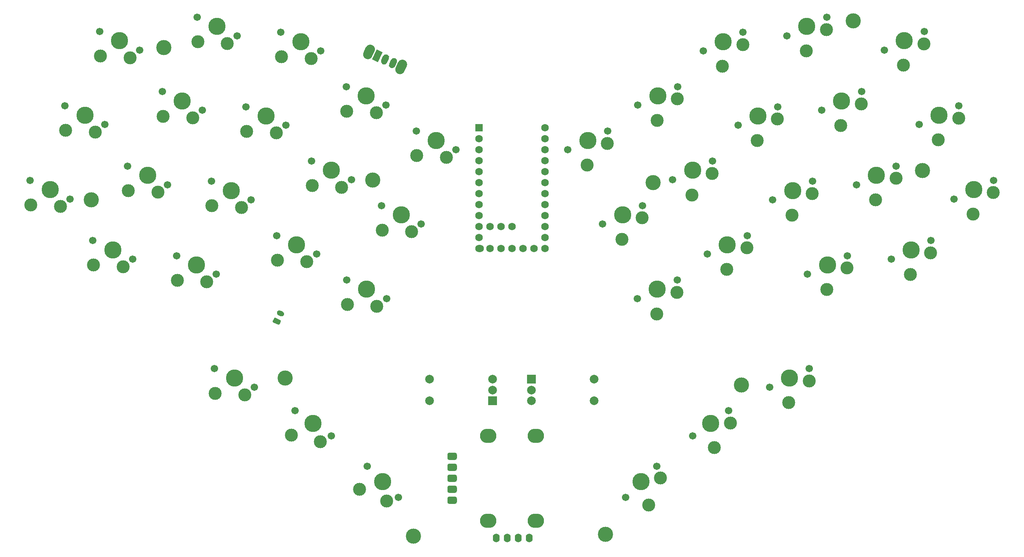
<source format=gbr>
%TF.GenerationSoftware,KiCad,Pcbnew,(5.1.10)-1*%
%TF.CreationDate,2021-12-08T15:35:40-08:00*%
%TF.ProjectId,barobord,6261726f-626f-4726-942e-6b696361645f,rev?*%
%TF.SameCoordinates,Original*%
%TF.FileFunction,Soldermask,Top*%
%TF.FilePolarity,Negative*%
%FSLAX46Y46*%
G04 Gerber Fmt 4.6, Leading zero omitted, Abs format (unit mm)*
G04 Created by KiCad (PCBNEW (5.1.10)-1) date 2021-12-08 15:35:40*
%MOMM*%
%LPD*%
G01*
G04 APERTURE LIST*
%ADD10C,3.500000*%
%ADD11C,1.701800*%
%ADD12C,3.987800*%
%ADD13C,3.000000*%
%ADD14C,0.100000*%
%ADD15C,1.752600*%
%ADD16R,1.752600X1.752600*%
%ADD17R,2.000000X2.000000*%
%ADD18C,2.000000*%
%ADD19O,1.600000X2.000000*%
%ADD20O,3.800000X3.300000*%
G04 APERTURE END LIST*
D10*
%TO.C,*%
X198850215Y-116860260D03*
%TD*%
D11*
%TO.C,SW29*%
X234634933Y-66239401D03*
X225426845Y-70533203D03*
D12*
X230030889Y-68386302D03*
D13*
X234557372Y-69078148D03*
X229875768Y-74063796D03*
%TD*%
D10*
%TO.C,*%
X240653464Y-67255402D03*
%TD*%
D11*
%TO.C,SW9*%
X218575439Y-31799707D03*
X209367351Y-36093509D03*
D12*
X213971395Y-33946608D03*
D13*
X218497878Y-34638454D03*
X213816274Y-39624102D03*
%TD*%
D10*
%TO.C,*%
X224653970Y-32655708D03*
%TD*%
%TO.C,*%
X178448147Y-70061465D03*
%TD*%
%TO.C,*%
X167456750Y-151458799D03*
%TD*%
%TO.C,*%
X123053250Y-151858799D03*
%TD*%
%TO.C,*%
X93449785Y-115260260D03*
%TD*%
%TO.C,*%
X113651853Y-69461465D03*
%TD*%
%TO.C,*%
X48656536Y-74055402D03*
%TD*%
%TO.C,*%
X65456030Y-38855708D03*
%TD*%
%TO.C,SW46*%
G36*
G01*
X118994430Y-43420995D02*
X119543834Y-42242795D01*
G75*
G02*
X121005653Y-41710736I996939J-464880D01*
G01*
X121005653Y-41710736D01*
G75*
G02*
X121537712Y-43172555I-464880J-996939D01*
G01*
X120988308Y-44350755D01*
G75*
G02*
X119526489Y-44882814I-996939J464880D01*
G01*
X119526489Y-44882814D01*
G75*
G02*
X118994430Y-43420995I464880J996939D01*
G01*
G37*
G36*
G01*
X111562706Y-39955526D02*
X112112110Y-38777326D01*
G75*
G02*
X113573929Y-38245267I996939J-464880D01*
G01*
X113573929Y-38245267D01*
G75*
G02*
X114105988Y-39707086I-464880J-996939D01*
G01*
X113556584Y-40885286D01*
G75*
G02*
X112094765Y-41417345I-996939J464880D01*
G01*
X112094765Y-41417345D01*
G75*
G02*
X111562706Y-39955526I464880J996939D01*
G01*
G37*
G36*
G01*
X117471784Y-42545467D02*
X117894402Y-41639159D01*
G75*
G02*
X118891097Y-41276392I679731J-316964D01*
G01*
X118891097Y-41276392D01*
G75*
G02*
X119253864Y-42273087I-316964J-679731D01*
G01*
X118831246Y-43179395D01*
G75*
G02*
X117834551Y-43542162I-679731J316964D01*
G01*
X117834551Y-43542162D01*
G75*
G02*
X117471784Y-42545467I316964J679731D01*
G01*
G37*
G36*
G01*
X115659169Y-41700231D02*
X116081787Y-40793923D01*
G75*
G02*
X117078482Y-40431156I679731J-316964D01*
G01*
X117078482Y-40431156D01*
G75*
G02*
X117441249Y-41427851I-316964J-679731D01*
G01*
X117018631Y-42334159D01*
G75*
G02*
X116021936Y-42696926I-679731J316964D01*
G01*
X116021936Y-42696926D01*
G75*
G02*
X115659169Y-41700231I316964J679731D01*
G01*
G37*
D14*
G36*
X113529589Y-41534725D02*
G01*
X114586135Y-39268956D01*
X115945597Y-39902883D01*
X114889051Y-42168652D01*
X113529589Y-41534725D01*
G37*
%TD*%
%TO.C,J2*%
G36*
G01*
X92362894Y-100983393D02*
X91864424Y-100750953D01*
G75*
G02*
X91574210Y-99953597I253571J543785D01*
G01*
X91574210Y-99953597D01*
G75*
G02*
X92371566Y-99663383I543785J-253571D01*
G01*
X92870036Y-99895823D01*
G75*
G02*
X93160250Y-100693179I-253571J-543785D01*
G01*
X93160250Y-100693179D01*
G75*
G02*
X92362894Y-100983393I-543785J253571D01*
G01*
G37*
G36*
G01*
X91834865Y-102943925D02*
X90701979Y-102415652D01*
G75*
G02*
X90581057Y-102083422I105654J226576D01*
G01*
X90876891Y-101449005D01*
G75*
G02*
X91209121Y-101328083I226576J-105654D01*
G01*
X92342007Y-101856356D01*
G75*
G02*
X92462929Y-102188586I-105654J-226576D01*
G01*
X92167095Y-102823003D01*
G75*
G02*
X91834865Y-102943925I-226576J105654D01*
G01*
G37*
%TD*%
D15*
%TO.C,U2*%
X138232593Y-57330404D03*
X138232593Y-59870404D03*
X138232593Y-62410404D03*
X138232593Y-64950404D03*
X138232593Y-67490404D03*
X138232593Y-70030404D03*
X138232593Y-72570404D03*
X138232593Y-75110404D03*
X138232593Y-77650404D03*
X138232593Y-80190404D03*
X138232593Y-82730404D03*
X153472593Y-85270404D03*
X153472593Y-82730404D03*
X153472593Y-80190404D03*
X153472593Y-77650404D03*
X153472593Y-75110404D03*
X153472593Y-72570404D03*
X153472593Y-70030404D03*
X153472593Y-67490404D03*
X153472593Y-64950404D03*
X153472593Y-62410404D03*
X153472593Y-59870404D03*
X138232593Y-85270404D03*
X153472593Y-57330404D03*
X140772593Y-80190404D03*
X143312593Y-80190404D03*
X145852593Y-80190404D03*
%TD*%
%TO.C,U1*%
X140772593Y-85270404D03*
X143312593Y-85270404D03*
X145852593Y-85270404D03*
X148392593Y-85270404D03*
X150932593Y-85270404D03*
X153472593Y-57330404D03*
X138461193Y-85270404D03*
X153472593Y-59870404D03*
X153472593Y-62410404D03*
X153472593Y-64950404D03*
X153472593Y-67490404D03*
X153472593Y-70030404D03*
X153472593Y-72570404D03*
X153472593Y-75110404D03*
X153472593Y-77650404D03*
X153472593Y-80190404D03*
X153472593Y-82730404D03*
X153472593Y-85270404D03*
X138232593Y-82730404D03*
X138232593Y-80190404D03*
X138232593Y-77650404D03*
X138232593Y-75110404D03*
X138232593Y-72570404D03*
X138232593Y-70030404D03*
X138232593Y-67490404D03*
X138232593Y-64950404D03*
X138232593Y-62410404D03*
X138232593Y-59870404D03*
D16*
X138232593Y-57330404D03*
%TD*%
D17*
%TO.C,SW43*%
X150352593Y-115558404D03*
D18*
X150352593Y-118058404D03*
X150352593Y-120558404D03*
X164852593Y-115558404D03*
X164852593Y-120558404D03*
%TD*%
D17*
%TO.C,SW42*%
X141352593Y-120558404D03*
D18*
X141352593Y-118058404D03*
X141352593Y-115558404D03*
X126852593Y-120558404D03*
X126852593Y-115558404D03*
%TD*%
D19*
%TO.C,Brd1*%
X147332593Y-152258404D03*
X149872593Y-152258404D03*
X144792593Y-152258404D03*
X142252593Y-152258404D03*
%TD*%
D20*
%TO.C,J1*%
X140352593Y-128658404D03*
X151352593Y-128658404D03*
X151352593Y-148258404D03*
X140352593Y-148258404D03*
G36*
G01*
X133128593Y-132953404D02*
X133128593Y-133803404D01*
G75*
G02*
X132703593Y-134228404I-425000J0D01*
G01*
X131353593Y-134228404D01*
G75*
G02*
X130928593Y-133803404I0J425000D01*
G01*
X130928593Y-132953404D01*
G75*
G02*
X131353593Y-132528404I425000J0D01*
G01*
X132703593Y-132528404D01*
G75*
G02*
X133128593Y-132953404I0J-425000D01*
G01*
G37*
G36*
G01*
X132703593Y-136768404D02*
X131353593Y-136768404D01*
G75*
G02*
X130928593Y-136343404I0J425000D01*
G01*
X130928593Y-135493404D01*
G75*
G02*
X131353593Y-135068404I425000J0D01*
G01*
X132703593Y-135068404D01*
G75*
G02*
X133128593Y-135493404I0J-425000D01*
G01*
X133128593Y-136343404D01*
G75*
G02*
X132703593Y-136768404I-425000J0D01*
G01*
G37*
G36*
G01*
X132703593Y-139308404D02*
X131353593Y-139308404D01*
G75*
G02*
X130928593Y-138883404I0J425000D01*
G01*
X130928593Y-138033404D01*
G75*
G02*
X131353593Y-137608404I425000J0D01*
G01*
X132703593Y-137608404D01*
G75*
G02*
X133128593Y-138033404I0J-425000D01*
G01*
X133128593Y-138883404D01*
G75*
G02*
X132703593Y-139308404I-425000J0D01*
G01*
G37*
G36*
G01*
X132703593Y-141848404D02*
X131353593Y-141848404D01*
G75*
G02*
X130928593Y-141423404I0J425000D01*
G01*
X130928593Y-140573404D01*
G75*
G02*
X131353593Y-140148404I425000J0D01*
G01*
X132703593Y-140148404D01*
G75*
G02*
X133128593Y-140573404I0J-425000D01*
G01*
X133128593Y-141423404D01*
G75*
G02*
X132703593Y-141848404I-425000J0D01*
G01*
G37*
G36*
G01*
X132703593Y-144388404D02*
X131353593Y-144388404D01*
G75*
G02*
X130928593Y-143963404I0J425000D01*
G01*
X130928593Y-143113404D01*
G75*
G02*
X131353593Y-142688404I425000J0D01*
G01*
X132703593Y-142688404D01*
G75*
G02*
X133128593Y-143113404I0J-425000D01*
G01*
X133128593Y-143963404D01*
G75*
G02*
X132703593Y-144388404I-425000J0D01*
G01*
G37*
%TD*%
D11*
%TO.C,SW24*%
X100712849Y-86592697D03*
X91504761Y-82298895D03*
D12*
X96108805Y-84445796D03*
D13*
X98488387Y-88357993D03*
X91659882Y-87976389D03*
%TD*%
D11*
%TO.C,SW4*%
X116772343Y-52153002D03*
X107564255Y-47859200D03*
D12*
X112168299Y-50006101D03*
D13*
X114547881Y-53918298D03*
X107719376Y-53536694D03*
%TD*%
D11*
%TO.C,SW14*%
X108742596Y-69372849D03*
X99534508Y-65079047D03*
D12*
X104138552Y-67225948D03*
D13*
X106518134Y-71138145D03*
X99689629Y-70756541D03*
%TD*%
D11*
%TO.C,SW34*%
X104087610Y-128674027D03*
X95765026Y-122846491D03*
D12*
X99926318Y-125760259D03*
D13*
X101590403Y-130026231D03*
X94931904Y-128464667D03*
%TD*%
D11*
%TO.C,SW7*%
X184135745Y-47859200D03*
X174927657Y-52153002D03*
D12*
X179531701Y-50006101D03*
D13*
X184058184Y-50697947D03*
X179376580Y-55683595D03*
%TD*%
D11*
%TO.C,SW40*%
X242664680Y-83459248D03*
X233456592Y-87753050D03*
D12*
X238060636Y-85606149D03*
D13*
X242587119Y-86297995D03*
X237905515Y-91283643D03*
%TD*%
D11*
%TO.C,SW39*%
X223331742Y-86957456D03*
X214123654Y-91251258D03*
D12*
X218727698Y-89104357D03*
D13*
X223254181Y-89796203D03*
X218572577Y-94781851D03*
%TD*%
D11*
%TO.C,SW38*%
X214564259Y-113113359D03*
X205356171Y-117407161D03*
D12*
X209960215Y-115260260D03*
D13*
X214486698Y-115952106D03*
X209805094Y-120937754D03*
%TD*%
D11*
%TO.C,SW37*%
X195934974Y-122846491D03*
X187612390Y-128674027D03*
D12*
X191773682Y-125760259D03*
D13*
X196351535Y-125655579D03*
X192606804Y-131378436D03*
%TD*%
D11*
%TO.C,SW36*%
X179278852Y-135666697D03*
X172094648Y-142850901D03*
D12*
X175686750Y-139258799D03*
D13*
X180176878Y-138360773D03*
X177482801Y-144646953D03*
%TD*%
D11*
%TO.C,SW35*%
X119605352Y-142850901D03*
X112421148Y-135666697D03*
D12*
X116013250Y-139258799D03*
D13*
X116911276Y-143748927D03*
X110625096Y-141054850D03*
%TD*%
D11*
%TO.C,SW33*%
X86343829Y-117407161D03*
X77135741Y-113113359D03*
D12*
X81739785Y-115260260D03*
D13*
X84119367Y-119172457D03*
X77290862Y-118790853D03*
%TD*%
D11*
%TO.C,SW32*%
X77576346Y-91251258D03*
X68368258Y-86957456D03*
D12*
X72972302Y-89104357D03*
D13*
X75351884Y-93016554D03*
X68523379Y-92634950D03*
%TD*%
D11*
%TO.C,SW31*%
X58243408Y-87753050D03*
X49035320Y-83459248D03*
D12*
X53639364Y-85606149D03*
D13*
X56018946Y-89518346D03*
X49190441Y-89136742D03*
%TD*%
D11*
%TO.C,SW30*%
X257137508Y-69538501D03*
X247929420Y-73832303D03*
D12*
X252533464Y-71685402D03*
D13*
X257059947Y-72377248D03*
X252378343Y-77362896D03*
%TD*%
D11*
%TO.C,SW28*%
X215301995Y-69737609D03*
X206093907Y-74031411D03*
D12*
X210697951Y-71884510D03*
D13*
X215224434Y-72576356D03*
X210542830Y-77562004D03*
%TD*%
D11*
%TO.C,SW27*%
X200195239Y-82298895D03*
X190987151Y-86592697D03*
D12*
X195591195Y-84445796D03*
D13*
X200117678Y-85137642D03*
X195436074Y-90123290D03*
%TD*%
D11*
%TO.C,SW26*%
X184031937Y-92594411D03*
X174823849Y-96888213D03*
D12*
X179427893Y-94741312D03*
D13*
X183954376Y-95433158D03*
X179272772Y-100418806D03*
%TD*%
D11*
%TO.C,SW25*%
X116876151Y-96888213D03*
X107668063Y-92594411D03*
D12*
X112272107Y-94741312D03*
D13*
X114651689Y-98653509D03*
X107823184Y-98271905D03*
%TD*%
D11*
%TO.C,SW23*%
X85606093Y-74031411D03*
X76398005Y-69737609D03*
D12*
X81002049Y-71884510D03*
D13*
X83381631Y-75796707D03*
X76553126Y-75415103D03*
%TD*%
D11*
%TO.C,SW22*%
X66273155Y-70533203D03*
X57065067Y-66239401D03*
D12*
X61669111Y-68386302D03*
D13*
X64048693Y-72298499D03*
X57220188Y-71916895D03*
%TD*%
D11*
%TO.C,SW21*%
X43770580Y-73832303D03*
X34562492Y-69538501D03*
D12*
X39166536Y-71685402D03*
D13*
X41546118Y-75597599D03*
X34717613Y-75215995D03*
%TD*%
D11*
%TO.C,SW20*%
X249107761Y-52318654D03*
X239899673Y-56612456D03*
D12*
X244503717Y-54465555D03*
D13*
X249030200Y-55157401D03*
X244348596Y-60143049D03*
%TD*%
D11*
%TO.C,SW19*%
X226605186Y-49019554D03*
X217397098Y-53313356D03*
D12*
X222001142Y-51166455D03*
D13*
X226527625Y-51858301D03*
X221846021Y-56843949D03*
%TD*%
D11*
%TO.C,SW18*%
X207272248Y-52517762D03*
X198064160Y-56811564D03*
D12*
X202668204Y-54664663D03*
D13*
X207194687Y-55356509D03*
X202513083Y-60342157D03*
%TD*%
D11*
%TO.C,SW17*%
X192165492Y-65079047D03*
X182957404Y-69372849D03*
D12*
X187561448Y-67225948D03*
D13*
X192087931Y-67917794D03*
X187406327Y-72903442D03*
%TD*%
D11*
%TO.C,SW16*%
X176002191Y-75374564D03*
X166794103Y-79668366D03*
D12*
X171398147Y-77521465D03*
D13*
X175924630Y-78213311D03*
X171243026Y-83198959D03*
%TD*%
D11*
%TO.C,SW15*%
X124905897Y-79668366D03*
X115697809Y-75374564D03*
D12*
X120301853Y-77521465D03*
D13*
X122681435Y-81433662D03*
X115852930Y-81052058D03*
%TD*%
D11*
%TO.C,SW13*%
X93635840Y-56811564D03*
X84427752Y-52517762D03*
D12*
X89031796Y-54664663D03*
D13*
X91411378Y-58576860D03*
X84582873Y-58195256D03*
%TD*%
D11*
%TO.C,SW12*%
X74302902Y-53313356D03*
X65094814Y-49019554D03*
D12*
X69698858Y-51166455D03*
D13*
X72078440Y-55078652D03*
X65249935Y-54697048D03*
%TD*%
D11*
%TO.C,SW11*%
X51800327Y-56612456D03*
X42592239Y-52318654D03*
D12*
X47196283Y-54465555D03*
D13*
X49575865Y-58377752D03*
X42747360Y-57996148D03*
%TD*%
D11*
%TO.C,SW10*%
X241078014Y-35098807D03*
X231869926Y-39392609D03*
D12*
X236473970Y-37245708D03*
D13*
X241000453Y-37937554D03*
X236318849Y-42923202D03*
%TD*%
D11*
%TO.C,SW8*%
X199242501Y-35297915D03*
X190034413Y-39591717D03*
D12*
X194638457Y-37444816D03*
D13*
X199164940Y-38136662D03*
X194483336Y-43122310D03*
%TD*%
D11*
%TO.C,SW6*%
X167972444Y-58154717D03*
X158764356Y-62448519D03*
D12*
X163368400Y-60301618D03*
D13*
X167894883Y-60993464D03*
X163213279Y-65979112D03*
%TD*%
D11*
%TO.C,SW5*%
X132935644Y-62448519D03*
X123727556Y-58154717D03*
D12*
X128331600Y-60301618D03*
D13*
X130711182Y-64213815D03*
X123882677Y-63832211D03*
%TD*%
D11*
%TO.C,SW3*%
X101665587Y-39591717D03*
X92457499Y-35297915D03*
D12*
X97061543Y-37444816D03*
D13*
X99441125Y-41357013D03*
X92612620Y-40975409D03*
%TD*%
D11*
%TO.C,SW2*%
X82332649Y-36093509D03*
X73124561Y-31799707D03*
D12*
X77728605Y-33946608D03*
D13*
X80108187Y-37858805D03*
X73279682Y-37477201D03*
%TD*%
D11*
%TO.C,SW1*%
X59830074Y-39392609D03*
X50621986Y-35098807D03*
D12*
X55226030Y-37245708D03*
D13*
X57605612Y-41157905D03*
X50777107Y-40776301D03*
%TD*%
M02*

</source>
